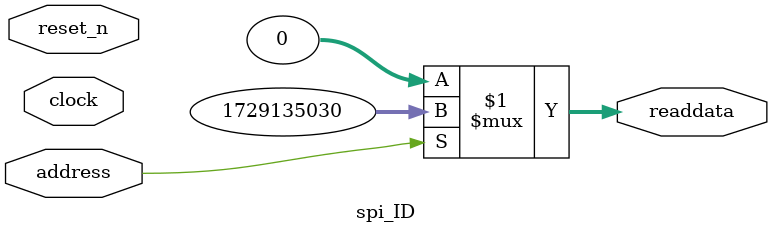
<source format=v>



// synthesis translate_off
`timescale 1ns / 1ps
// synthesis translate_on

// turn off superfluous verilog processor warnings 
// altera message_level Level1 
// altera message_off 10034 10035 10036 10037 10230 10240 10030 

module spi_ID (
               // inputs:
                address,
                clock,
                reset_n,

               // outputs:
                readdata
             )
;

  output  [ 31: 0] readdata;
  input            address;
  input            clock;
  input            reset_n;

  wire    [ 31: 0] readdata;
  //control_slave, which is an e_avalon_slave
  assign readdata = address ? 1729135030 : 0;

endmodule



</source>
